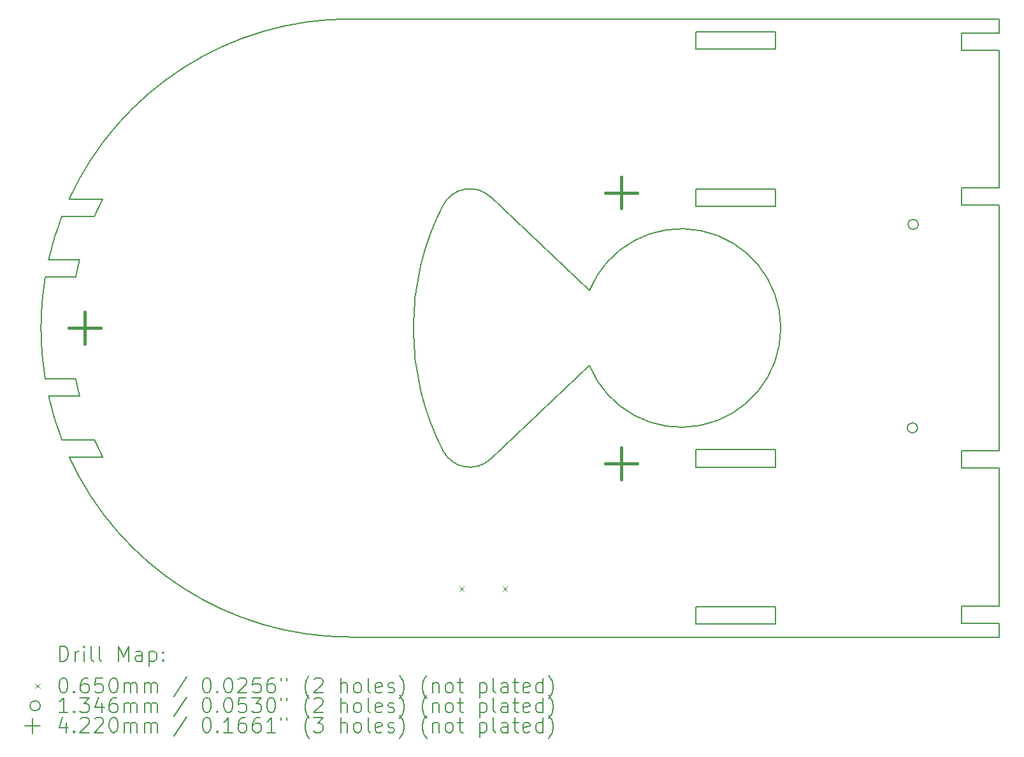
<source format=gbr>
%TF.GenerationSoftware,KiCad,Pcbnew,7.0.11-7.0.11~ubuntu22.04.1*%
%TF.CreationDate,2024-06-28T21:44:56-07:00*%
%TF.ProjectId,little_red_rover,6c697474-6c65-45f7-9265-645f726f7665,rev?*%
%TF.SameCoordinates,Original*%
%TF.FileFunction,Drillmap*%
%TF.FilePolarity,Positive*%
%FSLAX45Y45*%
G04 Gerber Fmt 4.5, Leading zero omitted, Abs format (unit mm)*
G04 Created by KiCad (PCBNEW 7.0.11-7.0.11~ubuntu22.04.1) date 2024-06-28 21:44:56*
%MOMM*%
%LPD*%
G01*
G04 APERTURE LIST*
%ADD10C,0.200000*%
%ADD11C,0.100000*%
%ADD12C,0.134620*%
%ADD13C,0.422000*%
G04 APERTURE END LIST*
D10*
X9352165Y-8505000D02*
X8919654Y-8505000D01*
X21372000Y-13685000D02*
X21372000Y-11855000D01*
X20872000Y-6065000D02*
X21372000Y-6065000D01*
X13985992Y-8355141D02*
G75*
G03*
X13985992Y-11624859I3166008J-1634859D01*
G01*
X9154074Y-9085000D02*
X8742876Y-9085000D01*
X21372000Y-11625000D02*
X21372000Y-8355000D01*
X21372000Y-13915000D02*
X20872000Y-13915000D01*
X18402000Y-11610000D02*
X18402000Y-11840000D01*
X8697808Y-9315000D02*
G75*
G03*
X8697808Y-10665000I4054192J-675000D01*
G01*
X18402000Y-13700000D02*
X18402000Y-13930000D01*
X21372000Y-8125000D02*
X21372000Y-6295000D01*
X17342000Y-8370000D02*
X18402000Y-8370000D01*
X20872000Y-13685000D02*
X20872000Y-13915000D01*
X9462186Y-8275000D02*
G75*
G03*
X9352165Y-8505000I3289874J-1715030D01*
G01*
X21372000Y-8125000D02*
X20872000Y-8125000D01*
X21372000Y-6295000D02*
X20872000Y-6295000D01*
X20872000Y-6065000D02*
X20872000Y-6295000D01*
X17342000Y-8140000D02*
X18402000Y-8140000D01*
X17342000Y-11610000D02*
X17342000Y-11840000D01*
X15930362Y-9490000D02*
X14616153Y-8247957D01*
X9016913Y-11705000D02*
X9462186Y-11705000D01*
X21372000Y-13685000D02*
X20872000Y-13685000D01*
X8742876Y-10895000D02*
X9154074Y-10895000D01*
X17342000Y-6280000D02*
X17342000Y-6050000D01*
X9103922Y-9315000D02*
X8697808Y-9315000D01*
X8742876Y-10895000D02*
G75*
G03*
X8919654Y-11475000I4009144J905010D01*
G01*
X18402000Y-8370000D02*
X18402000Y-8140000D01*
X15930362Y-10490000D02*
G75*
G03*
X15930362Y-9490000I1221638J500000D01*
G01*
X8919654Y-11475000D02*
X9352165Y-11475000D01*
X12752000Y-14100000D02*
X21372000Y-14100000D01*
X13985986Y-11624862D02*
G75*
G03*
X14616153Y-11732043I355414J183532D01*
G01*
X9103922Y-10665000D02*
X8697808Y-10665000D01*
X20872000Y-8355000D02*
X21372000Y-8355000D01*
X21372000Y-14100000D02*
X21372000Y-13915000D01*
X18402000Y-13930000D02*
X17342000Y-13930000D01*
X17342000Y-11610000D02*
X18402000Y-11610000D01*
X21372000Y-11625000D02*
X20872000Y-11625000D01*
X17342000Y-13700000D02*
X17342000Y-13930000D01*
X21372000Y-6065000D02*
X21372000Y-5880000D01*
X17342000Y-11840000D02*
X18402000Y-11840000D01*
X20872000Y-8125000D02*
X20872000Y-8355000D01*
X18402000Y-6050000D02*
X17342000Y-6050000D01*
X15930362Y-10490000D02*
X14616153Y-11732043D01*
X20872000Y-11625000D02*
X20872000Y-11855000D01*
X9016913Y-11705000D02*
G75*
G03*
X12752000Y-14100000I3735087J1715000D01*
G01*
X21372000Y-11855000D02*
X20872000Y-11855000D01*
X9352165Y-11475000D02*
G75*
G03*
X9462186Y-11705000I3399895J1485030D01*
G01*
X9103922Y-10665000D02*
G75*
G03*
X9154074Y-10895000I3648038J674990D01*
G01*
X18402000Y-6280000D02*
X17342000Y-6280000D01*
X12752000Y-5880000D02*
X21372000Y-5880000D01*
X17342000Y-8370000D02*
X17342000Y-8140000D01*
X9016913Y-8275000D02*
X9462186Y-8275000D01*
X12752000Y-5880000D02*
G75*
G03*
X9016913Y-8275000I0J-4110000D01*
G01*
X18402000Y-13700000D02*
X17342000Y-13700000D01*
X8919655Y-8505000D02*
G75*
G03*
X8742876Y-9085000I3832365J-1485010D01*
G01*
X18402000Y-6280000D02*
X18402000Y-6050000D01*
X14616148Y-8247962D02*
G75*
G03*
X13985992Y-8355141I-274748J-290708D01*
G01*
X9154074Y-9085000D02*
G75*
G03*
X9103922Y-9315000I3597696J-904950D01*
G01*
D11*
X14198500Y-13427000D02*
X14263500Y-13492000D01*
X14263500Y-13427000D02*
X14198500Y-13492000D01*
X14776500Y-13427000D02*
X14841500Y-13492000D01*
X14841500Y-13427000D02*
X14776500Y-13492000D01*
D12*
X20288316Y-11319000D02*
G75*
G03*
X20153696Y-11319000I-67310J0D01*
G01*
X20153696Y-11319000D02*
G75*
G03*
X20288316Y-11319000I67310J0D01*
G01*
X20298310Y-8612000D02*
G75*
G03*
X20163690Y-8612000I-67310J0D01*
G01*
X20163690Y-8612000D02*
G75*
G03*
X20298310Y-8612000I67310J0D01*
G01*
D13*
X9222000Y-9779000D02*
X9222000Y-10201000D01*
X9011000Y-9990000D02*
X9433000Y-9990000D01*
X16352000Y-7979000D02*
X16352000Y-8401000D01*
X16141000Y-8190000D02*
X16563000Y-8190000D01*
X16352000Y-11579000D02*
X16352000Y-12001000D01*
X16141000Y-11790000D02*
X16563000Y-11790000D01*
D10*
X8892777Y-14421484D02*
X8892777Y-14221484D01*
X8892777Y-14221484D02*
X8940396Y-14221484D01*
X8940396Y-14221484D02*
X8968967Y-14231008D01*
X8968967Y-14231008D02*
X8988015Y-14250055D01*
X8988015Y-14250055D02*
X8997539Y-14269103D01*
X8997539Y-14269103D02*
X9007063Y-14307198D01*
X9007063Y-14307198D02*
X9007063Y-14335769D01*
X9007063Y-14335769D02*
X8997539Y-14373865D01*
X8997539Y-14373865D02*
X8988015Y-14392912D01*
X8988015Y-14392912D02*
X8968967Y-14411960D01*
X8968967Y-14411960D02*
X8940396Y-14421484D01*
X8940396Y-14421484D02*
X8892777Y-14421484D01*
X9092777Y-14421484D02*
X9092777Y-14288150D01*
X9092777Y-14326246D02*
X9102301Y-14307198D01*
X9102301Y-14307198D02*
X9111824Y-14297674D01*
X9111824Y-14297674D02*
X9130872Y-14288150D01*
X9130872Y-14288150D02*
X9149920Y-14288150D01*
X9216586Y-14421484D02*
X9216586Y-14288150D01*
X9216586Y-14221484D02*
X9207063Y-14231008D01*
X9207063Y-14231008D02*
X9216586Y-14240531D01*
X9216586Y-14240531D02*
X9226110Y-14231008D01*
X9226110Y-14231008D02*
X9216586Y-14221484D01*
X9216586Y-14221484D02*
X9216586Y-14240531D01*
X9340396Y-14421484D02*
X9321348Y-14411960D01*
X9321348Y-14411960D02*
X9311824Y-14392912D01*
X9311824Y-14392912D02*
X9311824Y-14221484D01*
X9445158Y-14421484D02*
X9426110Y-14411960D01*
X9426110Y-14411960D02*
X9416586Y-14392912D01*
X9416586Y-14392912D02*
X9416586Y-14221484D01*
X9673729Y-14421484D02*
X9673729Y-14221484D01*
X9673729Y-14221484D02*
X9740396Y-14364341D01*
X9740396Y-14364341D02*
X9807063Y-14221484D01*
X9807063Y-14221484D02*
X9807063Y-14421484D01*
X9988015Y-14421484D02*
X9988015Y-14316722D01*
X9988015Y-14316722D02*
X9978491Y-14297674D01*
X9978491Y-14297674D02*
X9959444Y-14288150D01*
X9959444Y-14288150D02*
X9921348Y-14288150D01*
X9921348Y-14288150D02*
X9902301Y-14297674D01*
X9988015Y-14411960D02*
X9968967Y-14421484D01*
X9968967Y-14421484D02*
X9921348Y-14421484D01*
X9921348Y-14421484D02*
X9902301Y-14411960D01*
X9902301Y-14411960D02*
X9892777Y-14392912D01*
X9892777Y-14392912D02*
X9892777Y-14373865D01*
X9892777Y-14373865D02*
X9902301Y-14354817D01*
X9902301Y-14354817D02*
X9921348Y-14345293D01*
X9921348Y-14345293D02*
X9968967Y-14345293D01*
X9968967Y-14345293D02*
X9988015Y-14335769D01*
X10083253Y-14288150D02*
X10083253Y-14488150D01*
X10083253Y-14297674D02*
X10102301Y-14288150D01*
X10102301Y-14288150D02*
X10140396Y-14288150D01*
X10140396Y-14288150D02*
X10159444Y-14297674D01*
X10159444Y-14297674D02*
X10168967Y-14307198D01*
X10168967Y-14307198D02*
X10178491Y-14326246D01*
X10178491Y-14326246D02*
X10178491Y-14383388D01*
X10178491Y-14383388D02*
X10168967Y-14402436D01*
X10168967Y-14402436D02*
X10159444Y-14411960D01*
X10159444Y-14411960D02*
X10140396Y-14421484D01*
X10140396Y-14421484D02*
X10102301Y-14421484D01*
X10102301Y-14421484D02*
X10083253Y-14411960D01*
X10264205Y-14402436D02*
X10273729Y-14411960D01*
X10273729Y-14411960D02*
X10264205Y-14421484D01*
X10264205Y-14421484D02*
X10254682Y-14411960D01*
X10254682Y-14411960D02*
X10264205Y-14402436D01*
X10264205Y-14402436D02*
X10264205Y-14421484D01*
X10264205Y-14297674D02*
X10273729Y-14307198D01*
X10273729Y-14307198D02*
X10264205Y-14316722D01*
X10264205Y-14316722D02*
X10254682Y-14307198D01*
X10254682Y-14307198D02*
X10264205Y-14297674D01*
X10264205Y-14297674D02*
X10264205Y-14316722D01*
D11*
X8567000Y-14717500D02*
X8632000Y-14782500D01*
X8632000Y-14717500D02*
X8567000Y-14782500D01*
D10*
X8930872Y-14641484D02*
X8949920Y-14641484D01*
X8949920Y-14641484D02*
X8968967Y-14651008D01*
X8968967Y-14651008D02*
X8978491Y-14660531D01*
X8978491Y-14660531D02*
X8988015Y-14679579D01*
X8988015Y-14679579D02*
X8997539Y-14717674D01*
X8997539Y-14717674D02*
X8997539Y-14765293D01*
X8997539Y-14765293D02*
X8988015Y-14803388D01*
X8988015Y-14803388D02*
X8978491Y-14822436D01*
X8978491Y-14822436D02*
X8968967Y-14831960D01*
X8968967Y-14831960D02*
X8949920Y-14841484D01*
X8949920Y-14841484D02*
X8930872Y-14841484D01*
X8930872Y-14841484D02*
X8911824Y-14831960D01*
X8911824Y-14831960D02*
X8902301Y-14822436D01*
X8902301Y-14822436D02*
X8892777Y-14803388D01*
X8892777Y-14803388D02*
X8883253Y-14765293D01*
X8883253Y-14765293D02*
X8883253Y-14717674D01*
X8883253Y-14717674D02*
X8892777Y-14679579D01*
X8892777Y-14679579D02*
X8902301Y-14660531D01*
X8902301Y-14660531D02*
X8911824Y-14651008D01*
X8911824Y-14651008D02*
X8930872Y-14641484D01*
X9083253Y-14822436D02*
X9092777Y-14831960D01*
X9092777Y-14831960D02*
X9083253Y-14841484D01*
X9083253Y-14841484D02*
X9073729Y-14831960D01*
X9073729Y-14831960D02*
X9083253Y-14822436D01*
X9083253Y-14822436D02*
X9083253Y-14841484D01*
X9264205Y-14641484D02*
X9226110Y-14641484D01*
X9226110Y-14641484D02*
X9207063Y-14651008D01*
X9207063Y-14651008D02*
X9197539Y-14660531D01*
X9197539Y-14660531D02*
X9178491Y-14689103D01*
X9178491Y-14689103D02*
X9168967Y-14727198D01*
X9168967Y-14727198D02*
X9168967Y-14803388D01*
X9168967Y-14803388D02*
X9178491Y-14822436D01*
X9178491Y-14822436D02*
X9188015Y-14831960D01*
X9188015Y-14831960D02*
X9207063Y-14841484D01*
X9207063Y-14841484D02*
X9245158Y-14841484D01*
X9245158Y-14841484D02*
X9264205Y-14831960D01*
X9264205Y-14831960D02*
X9273729Y-14822436D01*
X9273729Y-14822436D02*
X9283253Y-14803388D01*
X9283253Y-14803388D02*
X9283253Y-14755769D01*
X9283253Y-14755769D02*
X9273729Y-14736722D01*
X9273729Y-14736722D02*
X9264205Y-14727198D01*
X9264205Y-14727198D02*
X9245158Y-14717674D01*
X9245158Y-14717674D02*
X9207063Y-14717674D01*
X9207063Y-14717674D02*
X9188015Y-14727198D01*
X9188015Y-14727198D02*
X9178491Y-14736722D01*
X9178491Y-14736722D02*
X9168967Y-14755769D01*
X9464205Y-14641484D02*
X9368967Y-14641484D01*
X9368967Y-14641484D02*
X9359444Y-14736722D01*
X9359444Y-14736722D02*
X9368967Y-14727198D01*
X9368967Y-14727198D02*
X9388015Y-14717674D01*
X9388015Y-14717674D02*
X9435634Y-14717674D01*
X9435634Y-14717674D02*
X9454682Y-14727198D01*
X9454682Y-14727198D02*
X9464205Y-14736722D01*
X9464205Y-14736722D02*
X9473729Y-14755769D01*
X9473729Y-14755769D02*
X9473729Y-14803388D01*
X9473729Y-14803388D02*
X9464205Y-14822436D01*
X9464205Y-14822436D02*
X9454682Y-14831960D01*
X9454682Y-14831960D02*
X9435634Y-14841484D01*
X9435634Y-14841484D02*
X9388015Y-14841484D01*
X9388015Y-14841484D02*
X9368967Y-14831960D01*
X9368967Y-14831960D02*
X9359444Y-14822436D01*
X9597539Y-14641484D02*
X9616586Y-14641484D01*
X9616586Y-14641484D02*
X9635634Y-14651008D01*
X9635634Y-14651008D02*
X9645158Y-14660531D01*
X9645158Y-14660531D02*
X9654682Y-14679579D01*
X9654682Y-14679579D02*
X9664205Y-14717674D01*
X9664205Y-14717674D02*
X9664205Y-14765293D01*
X9664205Y-14765293D02*
X9654682Y-14803388D01*
X9654682Y-14803388D02*
X9645158Y-14822436D01*
X9645158Y-14822436D02*
X9635634Y-14831960D01*
X9635634Y-14831960D02*
X9616586Y-14841484D01*
X9616586Y-14841484D02*
X9597539Y-14841484D01*
X9597539Y-14841484D02*
X9578491Y-14831960D01*
X9578491Y-14831960D02*
X9568967Y-14822436D01*
X9568967Y-14822436D02*
X9559444Y-14803388D01*
X9559444Y-14803388D02*
X9549920Y-14765293D01*
X9549920Y-14765293D02*
X9549920Y-14717674D01*
X9549920Y-14717674D02*
X9559444Y-14679579D01*
X9559444Y-14679579D02*
X9568967Y-14660531D01*
X9568967Y-14660531D02*
X9578491Y-14651008D01*
X9578491Y-14651008D02*
X9597539Y-14641484D01*
X9749920Y-14841484D02*
X9749920Y-14708150D01*
X9749920Y-14727198D02*
X9759444Y-14717674D01*
X9759444Y-14717674D02*
X9778491Y-14708150D01*
X9778491Y-14708150D02*
X9807063Y-14708150D01*
X9807063Y-14708150D02*
X9826110Y-14717674D01*
X9826110Y-14717674D02*
X9835634Y-14736722D01*
X9835634Y-14736722D02*
X9835634Y-14841484D01*
X9835634Y-14736722D02*
X9845158Y-14717674D01*
X9845158Y-14717674D02*
X9864205Y-14708150D01*
X9864205Y-14708150D02*
X9892777Y-14708150D01*
X9892777Y-14708150D02*
X9911825Y-14717674D01*
X9911825Y-14717674D02*
X9921348Y-14736722D01*
X9921348Y-14736722D02*
X9921348Y-14841484D01*
X10016586Y-14841484D02*
X10016586Y-14708150D01*
X10016586Y-14727198D02*
X10026110Y-14717674D01*
X10026110Y-14717674D02*
X10045158Y-14708150D01*
X10045158Y-14708150D02*
X10073729Y-14708150D01*
X10073729Y-14708150D02*
X10092777Y-14717674D01*
X10092777Y-14717674D02*
X10102301Y-14736722D01*
X10102301Y-14736722D02*
X10102301Y-14841484D01*
X10102301Y-14736722D02*
X10111825Y-14717674D01*
X10111825Y-14717674D02*
X10130872Y-14708150D01*
X10130872Y-14708150D02*
X10159444Y-14708150D01*
X10159444Y-14708150D02*
X10178491Y-14717674D01*
X10178491Y-14717674D02*
X10188015Y-14736722D01*
X10188015Y-14736722D02*
X10188015Y-14841484D01*
X10578491Y-14631960D02*
X10407063Y-14889103D01*
X10835634Y-14641484D02*
X10854682Y-14641484D01*
X10854682Y-14641484D02*
X10873729Y-14651008D01*
X10873729Y-14651008D02*
X10883253Y-14660531D01*
X10883253Y-14660531D02*
X10892777Y-14679579D01*
X10892777Y-14679579D02*
X10902301Y-14717674D01*
X10902301Y-14717674D02*
X10902301Y-14765293D01*
X10902301Y-14765293D02*
X10892777Y-14803388D01*
X10892777Y-14803388D02*
X10883253Y-14822436D01*
X10883253Y-14822436D02*
X10873729Y-14831960D01*
X10873729Y-14831960D02*
X10854682Y-14841484D01*
X10854682Y-14841484D02*
X10835634Y-14841484D01*
X10835634Y-14841484D02*
X10816587Y-14831960D01*
X10816587Y-14831960D02*
X10807063Y-14822436D01*
X10807063Y-14822436D02*
X10797539Y-14803388D01*
X10797539Y-14803388D02*
X10788015Y-14765293D01*
X10788015Y-14765293D02*
X10788015Y-14717674D01*
X10788015Y-14717674D02*
X10797539Y-14679579D01*
X10797539Y-14679579D02*
X10807063Y-14660531D01*
X10807063Y-14660531D02*
X10816587Y-14651008D01*
X10816587Y-14651008D02*
X10835634Y-14641484D01*
X10988015Y-14822436D02*
X10997539Y-14831960D01*
X10997539Y-14831960D02*
X10988015Y-14841484D01*
X10988015Y-14841484D02*
X10978491Y-14831960D01*
X10978491Y-14831960D02*
X10988015Y-14822436D01*
X10988015Y-14822436D02*
X10988015Y-14841484D01*
X11121348Y-14641484D02*
X11140396Y-14641484D01*
X11140396Y-14641484D02*
X11159444Y-14651008D01*
X11159444Y-14651008D02*
X11168968Y-14660531D01*
X11168968Y-14660531D02*
X11178491Y-14679579D01*
X11178491Y-14679579D02*
X11188015Y-14717674D01*
X11188015Y-14717674D02*
X11188015Y-14765293D01*
X11188015Y-14765293D02*
X11178491Y-14803388D01*
X11178491Y-14803388D02*
X11168968Y-14822436D01*
X11168968Y-14822436D02*
X11159444Y-14831960D01*
X11159444Y-14831960D02*
X11140396Y-14841484D01*
X11140396Y-14841484D02*
X11121348Y-14841484D01*
X11121348Y-14841484D02*
X11102301Y-14831960D01*
X11102301Y-14831960D02*
X11092777Y-14822436D01*
X11092777Y-14822436D02*
X11083253Y-14803388D01*
X11083253Y-14803388D02*
X11073729Y-14765293D01*
X11073729Y-14765293D02*
X11073729Y-14717674D01*
X11073729Y-14717674D02*
X11083253Y-14679579D01*
X11083253Y-14679579D02*
X11092777Y-14660531D01*
X11092777Y-14660531D02*
X11102301Y-14651008D01*
X11102301Y-14651008D02*
X11121348Y-14641484D01*
X11264206Y-14660531D02*
X11273729Y-14651008D01*
X11273729Y-14651008D02*
X11292777Y-14641484D01*
X11292777Y-14641484D02*
X11340396Y-14641484D01*
X11340396Y-14641484D02*
X11359444Y-14651008D01*
X11359444Y-14651008D02*
X11368967Y-14660531D01*
X11368967Y-14660531D02*
X11378491Y-14679579D01*
X11378491Y-14679579D02*
X11378491Y-14698627D01*
X11378491Y-14698627D02*
X11368967Y-14727198D01*
X11368967Y-14727198D02*
X11254682Y-14841484D01*
X11254682Y-14841484D02*
X11378491Y-14841484D01*
X11559444Y-14641484D02*
X11464206Y-14641484D01*
X11464206Y-14641484D02*
X11454682Y-14736722D01*
X11454682Y-14736722D02*
X11464206Y-14727198D01*
X11464206Y-14727198D02*
X11483253Y-14717674D01*
X11483253Y-14717674D02*
X11530872Y-14717674D01*
X11530872Y-14717674D02*
X11549920Y-14727198D01*
X11549920Y-14727198D02*
X11559444Y-14736722D01*
X11559444Y-14736722D02*
X11568967Y-14755769D01*
X11568967Y-14755769D02*
X11568967Y-14803388D01*
X11568967Y-14803388D02*
X11559444Y-14822436D01*
X11559444Y-14822436D02*
X11549920Y-14831960D01*
X11549920Y-14831960D02*
X11530872Y-14841484D01*
X11530872Y-14841484D02*
X11483253Y-14841484D01*
X11483253Y-14841484D02*
X11464206Y-14831960D01*
X11464206Y-14831960D02*
X11454682Y-14822436D01*
X11740396Y-14641484D02*
X11702301Y-14641484D01*
X11702301Y-14641484D02*
X11683253Y-14651008D01*
X11683253Y-14651008D02*
X11673729Y-14660531D01*
X11673729Y-14660531D02*
X11654682Y-14689103D01*
X11654682Y-14689103D02*
X11645158Y-14727198D01*
X11645158Y-14727198D02*
X11645158Y-14803388D01*
X11645158Y-14803388D02*
X11654682Y-14822436D01*
X11654682Y-14822436D02*
X11664206Y-14831960D01*
X11664206Y-14831960D02*
X11683253Y-14841484D01*
X11683253Y-14841484D02*
X11721348Y-14841484D01*
X11721348Y-14841484D02*
X11740396Y-14831960D01*
X11740396Y-14831960D02*
X11749920Y-14822436D01*
X11749920Y-14822436D02*
X11759444Y-14803388D01*
X11759444Y-14803388D02*
X11759444Y-14755769D01*
X11759444Y-14755769D02*
X11749920Y-14736722D01*
X11749920Y-14736722D02*
X11740396Y-14727198D01*
X11740396Y-14727198D02*
X11721348Y-14717674D01*
X11721348Y-14717674D02*
X11683253Y-14717674D01*
X11683253Y-14717674D02*
X11664206Y-14727198D01*
X11664206Y-14727198D02*
X11654682Y-14736722D01*
X11654682Y-14736722D02*
X11645158Y-14755769D01*
X11835634Y-14641484D02*
X11835634Y-14679579D01*
X11911825Y-14641484D02*
X11911825Y-14679579D01*
X12207063Y-14917674D02*
X12197539Y-14908150D01*
X12197539Y-14908150D02*
X12178491Y-14879579D01*
X12178491Y-14879579D02*
X12168968Y-14860531D01*
X12168968Y-14860531D02*
X12159444Y-14831960D01*
X12159444Y-14831960D02*
X12149920Y-14784341D01*
X12149920Y-14784341D02*
X12149920Y-14746246D01*
X12149920Y-14746246D02*
X12159444Y-14698627D01*
X12159444Y-14698627D02*
X12168968Y-14670055D01*
X12168968Y-14670055D02*
X12178491Y-14651008D01*
X12178491Y-14651008D02*
X12197539Y-14622436D01*
X12197539Y-14622436D02*
X12207063Y-14612912D01*
X12273729Y-14660531D02*
X12283253Y-14651008D01*
X12283253Y-14651008D02*
X12302301Y-14641484D01*
X12302301Y-14641484D02*
X12349920Y-14641484D01*
X12349920Y-14641484D02*
X12368968Y-14651008D01*
X12368968Y-14651008D02*
X12378491Y-14660531D01*
X12378491Y-14660531D02*
X12388015Y-14679579D01*
X12388015Y-14679579D02*
X12388015Y-14698627D01*
X12388015Y-14698627D02*
X12378491Y-14727198D01*
X12378491Y-14727198D02*
X12264206Y-14841484D01*
X12264206Y-14841484D02*
X12388015Y-14841484D01*
X12626110Y-14841484D02*
X12626110Y-14641484D01*
X12711825Y-14841484D02*
X12711825Y-14736722D01*
X12711825Y-14736722D02*
X12702301Y-14717674D01*
X12702301Y-14717674D02*
X12683253Y-14708150D01*
X12683253Y-14708150D02*
X12654682Y-14708150D01*
X12654682Y-14708150D02*
X12635634Y-14717674D01*
X12635634Y-14717674D02*
X12626110Y-14727198D01*
X12835634Y-14841484D02*
X12816587Y-14831960D01*
X12816587Y-14831960D02*
X12807063Y-14822436D01*
X12807063Y-14822436D02*
X12797539Y-14803388D01*
X12797539Y-14803388D02*
X12797539Y-14746246D01*
X12797539Y-14746246D02*
X12807063Y-14727198D01*
X12807063Y-14727198D02*
X12816587Y-14717674D01*
X12816587Y-14717674D02*
X12835634Y-14708150D01*
X12835634Y-14708150D02*
X12864206Y-14708150D01*
X12864206Y-14708150D02*
X12883253Y-14717674D01*
X12883253Y-14717674D02*
X12892777Y-14727198D01*
X12892777Y-14727198D02*
X12902301Y-14746246D01*
X12902301Y-14746246D02*
X12902301Y-14803388D01*
X12902301Y-14803388D02*
X12892777Y-14822436D01*
X12892777Y-14822436D02*
X12883253Y-14831960D01*
X12883253Y-14831960D02*
X12864206Y-14841484D01*
X12864206Y-14841484D02*
X12835634Y-14841484D01*
X13016587Y-14841484D02*
X12997539Y-14831960D01*
X12997539Y-14831960D02*
X12988015Y-14812912D01*
X12988015Y-14812912D02*
X12988015Y-14641484D01*
X13168968Y-14831960D02*
X13149920Y-14841484D01*
X13149920Y-14841484D02*
X13111825Y-14841484D01*
X13111825Y-14841484D02*
X13092777Y-14831960D01*
X13092777Y-14831960D02*
X13083253Y-14812912D01*
X13083253Y-14812912D02*
X13083253Y-14736722D01*
X13083253Y-14736722D02*
X13092777Y-14717674D01*
X13092777Y-14717674D02*
X13111825Y-14708150D01*
X13111825Y-14708150D02*
X13149920Y-14708150D01*
X13149920Y-14708150D02*
X13168968Y-14717674D01*
X13168968Y-14717674D02*
X13178491Y-14736722D01*
X13178491Y-14736722D02*
X13178491Y-14755769D01*
X13178491Y-14755769D02*
X13083253Y-14774817D01*
X13254682Y-14831960D02*
X13273730Y-14841484D01*
X13273730Y-14841484D02*
X13311825Y-14841484D01*
X13311825Y-14841484D02*
X13330872Y-14831960D01*
X13330872Y-14831960D02*
X13340396Y-14812912D01*
X13340396Y-14812912D02*
X13340396Y-14803388D01*
X13340396Y-14803388D02*
X13330872Y-14784341D01*
X13330872Y-14784341D02*
X13311825Y-14774817D01*
X13311825Y-14774817D02*
X13283253Y-14774817D01*
X13283253Y-14774817D02*
X13264206Y-14765293D01*
X13264206Y-14765293D02*
X13254682Y-14746246D01*
X13254682Y-14746246D02*
X13254682Y-14736722D01*
X13254682Y-14736722D02*
X13264206Y-14717674D01*
X13264206Y-14717674D02*
X13283253Y-14708150D01*
X13283253Y-14708150D02*
X13311825Y-14708150D01*
X13311825Y-14708150D02*
X13330872Y-14717674D01*
X13407063Y-14917674D02*
X13416587Y-14908150D01*
X13416587Y-14908150D02*
X13435634Y-14879579D01*
X13435634Y-14879579D02*
X13445158Y-14860531D01*
X13445158Y-14860531D02*
X13454682Y-14831960D01*
X13454682Y-14831960D02*
X13464206Y-14784341D01*
X13464206Y-14784341D02*
X13464206Y-14746246D01*
X13464206Y-14746246D02*
X13454682Y-14698627D01*
X13454682Y-14698627D02*
X13445158Y-14670055D01*
X13445158Y-14670055D02*
X13435634Y-14651008D01*
X13435634Y-14651008D02*
X13416587Y-14622436D01*
X13416587Y-14622436D02*
X13407063Y-14612912D01*
X13768968Y-14917674D02*
X13759444Y-14908150D01*
X13759444Y-14908150D02*
X13740396Y-14879579D01*
X13740396Y-14879579D02*
X13730872Y-14860531D01*
X13730872Y-14860531D02*
X13721349Y-14831960D01*
X13721349Y-14831960D02*
X13711825Y-14784341D01*
X13711825Y-14784341D02*
X13711825Y-14746246D01*
X13711825Y-14746246D02*
X13721349Y-14698627D01*
X13721349Y-14698627D02*
X13730872Y-14670055D01*
X13730872Y-14670055D02*
X13740396Y-14651008D01*
X13740396Y-14651008D02*
X13759444Y-14622436D01*
X13759444Y-14622436D02*
X13768968Y-14612912D01*
X13845158Y-14708150D02*
X13845158Y-14841484D01*
X13845158Y-14727198D02*
X13854682Y-14717674D01*
X13854682Y-14717674D02*
X13873730Y-14708150D01*
X13873730Y-14708150D02*
X13902301Y-14708150D01*
X13902301Y-14708150D02*
X13921349Y-14717674D01*
X13921349Y-14717674D02*
X13930872Y-14736722D01*
X13930872Y-14736722D02*
X13930872Y-14841484D01*
X14054682Y-14841484D02*
X14035634Y-14831960D01*
X14035634Y-14831960D02*
X14026111Y-14822436D01*
X14026111Y-14822436D02*
X14016587Y-14803388D01*
X14016587Y-14803388D02*
X14016587Y-14746246D01*
X14016587Y-14746246D02*
X14026111Y-14727198D01*
X14026111Y-14727198D02*
X14035634Y-14717674D01*
X14035634Y-14717674D02*
X14054682Y-14708150D01*
X14054682Y-14708150D02*
X14083253Y-14708150D01*
X14083253Y-14708150D02*
X14102301Y-14717674D01*
X14102301Y-14717674D02*
X14111825Y-14727198D01*
X14111825Y-14727198D02*
X14121349Y-14746246D01*
X14121349Y-14746246D02*
X14121349Y-14803388D01*
X14121349Y-14803388D02*
X14111825Y-14822436D01*
X14111825Y-14822436D02*
X14102301Y-14831960D01*
X14102301Y-14831960D02*
X14083253Y-14841484D01*
X14083253Y-14841484D02*
X14054682Y-14841484D01*
X14178492Y-14708150D02*
X14254682Y-14708150D01*
X14207063Y-14641484D02*
X14207063Y-14812912D01*
X14207063Y-14812912D02*
X14216587Y-14831960D01*
X14216587Y-14831960D02*
X14235634Y-14841484D01*
X14235634Y-14841484D02*
X14254682Y-14841484D01*
X14473730Y-14708150D02*
X14473730Y-14908150D01*
X14473730Y-14717674D02*
X14492777Y-14708150D01*
X14492777Y-14708150D02*
X14530873Y-14708150D01*
X14530873Y-14708150D02*
X14549920Y-14717674D01*
X14549920Y-14717674D02*
X14559444Y-14727198D01*
X14559444Y-14727198D02*
X14568968Y-14746246D01*
X14568968Y-14746246D02*
X14568968Y-14803388D01*
X14568968Y-14803388D02*
X14559444Y-14822436D01*
X14559444Y-14822436D02*
X14549920Y-14831960D01*
X14549920Y-14831960D02*
X14530873Y-14841484D01*
X14530873Y-14841484D02*
X14492777Y-14841484D01*
X14492777Y-14841484D02*
X14473730Y-14831960D01*
X14683253Y-14841484D02*
X14664206Y-14831960D01*
X14664206Y-14831960D02*
X14654682Y-14812912D01*
X14654682Y-14812912D02*
X14654682Y-14641484D01*
X14845158Y-14841484D02*
X14845158Y-14736722D01*
X14845158Y-14736722D02*
X14835634Y-14717674D01*
X14835634Y-14717674D02*
X14816587Y-14708150D01*
X14816587Y-14708150D02*
X14778492Y-14708150D01*
X14778492Y-14708150D02*
X14759444Y-14717674D01*
X14845158Y-14831960D02*
X14826111Y-14841484D01*
X14826111Y-14841484D02*
X14778492Y-14841484D01*
X14778492Y-14841484D02*
X14759444Y-14831960D01*
X14759444Y-14831960D02*
X14749920Y-14812912D01*
X14749920Y-14812912D02*
X14749920Y-14793865D01*
X14749920Y-14793865D02*
X14759444Y-14774817D01*
X14759444Y-14774817D02*
X14778492Y-14765293D01*
X14778492Y-14765293D02*
X14826111Y-14765293D01*
X14826111Y-14765293D02*
X14845158Y-14755769D01*
X14911825Y-14708150D02*
X14988015Y-14708150D01*
X14940396Y-14641484D02*
X14940396Y-14812912D01*
X14940396Y-14812912D02*
X14949920Y-14831960D01*
X14949920Y-14831960D02*
X14968968Y-14841484D01*
X14968968Y-14841484D02*
X14988015Y-14841484D01*
X15130873Y-14831960D02*
X15111825Y-14841484D01*
X15111825Y-14841484D02*
X15073730Y-14841484D01*
X15073730Y-14841484D02*
X15054682Y-14831960D01*
X15054682Y-14831960D02*
X15045158Y-14812912D01*
X15045158Y-14812912D02*
X15045158Y-14736722D01*
X15045158Y-14736722D02*
X15054682Y-14717674D01*
X15054682Y-14717674D02*
X15073730Y-14708150D01*
X15073730Y-14708150D02*
X15111825Y-14708150D01*
X15111825Y-14708150D02*
X15130873Y-14717674D01*
X15130873Y-14717674D02*
X15140396Y-14736722D01*
X15140396Y-14736722D02*
X15140396Y-14755769D01*
X15140396Y-14755769D02*
X15045158Y-14774817D01*
X15311825Y-14841484D02*
X15311825Y-14641484D01*
X15311825Y-14831960D02*
X15292777Y-14841484D01*
X15292777Y-14841484D02*
X15254682Y-14841484D01*
X15254682Y-14841484D02*
X15235634Y-14831960D01*
X15235634Y-14831960D02*
X15226111Y-14822436D01*
X15226111Y-14822436D02*
X15216587Y-14803388D01*
X15216587Y-14803388D02*
X15216587Y-14746246D01*
X15216587Y-14746246D02*
X15226111Y-14727198D01*
X15226111Y-14727198D02*
X15235634Y-14717674D01*
X15235634Y-14717674D02*
X15254682Y-14708150D01*
X15254682Y-14708150D02*
X15292777Y-14708150D01*
X15292777Y-14708150D02*
X15311825Y-14717674D01*
X15388015Y-14917674D02*
X15397539Y-14908150D01*
X15397539Y-14908150D02*
X15416587Y-14879579D01*
X15416587Y-14879579D02*
X15426111Y-14860531D01*
X15426111Y-14860531D02*
X15435634Y-14831960D01*
X15435634Y-14831960D02*
X15445158Y-14784341D01*
X15445158Y-14784341D02*
X15445158Y-14746246D01*
X15445158Y-14746246D02*
X15435634Y-14698627D01*
X15435634Y-14698627D02*
X15426111Y-14670055D01*
X15426111Y-14670055D02*
X15416587Y-14651008D01*
X15416587Y-14651008D02*
X15397539Y-14622436D01*
X15397539Y-14622436D02*
X15388015Y-14612912D01*
D12*
X8632000Y-15014000D02*
G75*
G03*
X8497380Y-15014000I-67310J0D01*
G01*
X8497380Y-15014000D02*
G75*
G03*
X8632000Y-15014000I67310J0D01*
G01*
D10*
X8997539Y-15105484D02*
X8883253Y-15105484D01*
X8940396Y-15105484D02*
X8940396Y-14905484D01*
X8940396Y-14905484D02*
X8921348Y-14934055D01*
X8921348Y-14934055D02*
X8902301Y-14953103D01*
X8902301Y-14953103D02*
X8883253Y-14962627D01*
X9083253Y-15086436D02*
X9092777Y-15095960D01*
X9092777Y-15095960D02*
X9083253Y-15105484D01*
X9083253Y-15105484D02*
X9073729Y-15095960D01*
X9073729Y-15095960D02*
X9083253Y-15086436D01*
X9083253Y-15086436D02*
X9083253Y-15105484D01*
X9159444Y-14905484D02*
X9283253Y-14905484D01*
X9283253Y-14905484D02*
X9216586Y-14981674D01*
X9216586Y-14981674D02*
X9245158Y-14981674D01*
X9245158Y-14981674D02*
X9264205Y-14991198D01*
X9264205Y-14991198D02*
X9273729Y-15000722D01*
X9273729Y-15000722D02*
X9283253Y-15019769D01*
X9283253Y-15019769D02*
X9283253Y-15067388D01*
X9283253Y-15067388D02*
X9273729Y-15086436D01*
X9273729Y-15086436D02*
X9264205Y-15095960D01*
X9264205Y-15095960D02*
X9245158Y-15105484D01*
X9245158Y-15105484D02*
X9188015Y-15105484D01*
X9188015Y-15105484D02*
X9168967Y-15095960D01*
X9168967Y-15095960D02*
X9159444Y-15086436D01*
X9454682Y-14972150D02*
X9454682Y-15105484D01*
X9407063Y-14895960D02*
X9359444Y-15038817D01*
X9359444Y-15038817D02*
X9483253Y-15038817D01*
X9645158Y-14905484D02*
X9607063Y-14905484D01*
X9607063Y-14905484D02*
X9588015Y-14915008D01*
X9588015Y-14915008D02*
X9578491Y-14924531D01*
X9578491Y-14924531D02*
X9559444Y-14953103D01*
X9559444Y-14953103D02*
X9549920Y-14991198D01*
X9549920Y-14991198D02*
X9549920Y-15067388D01*
X9549920Y-15067388D02*
X9559444Y-15086436D01*
X9559444Y-15086436D02*
X9568967Y-15095960D01*
X9568967Y-15095960D02*
X9588015Y-15105484D01*
X9588015Y-15105484D02*
X9626110Y-15105484D01*
X9626110Y-15105484D02*
X9645158Y-15095960D01*
X9645158Y-15095960D02*
X9654682Y-15086436D01*
X9654682Y-15086436D02*
X9664205Y-15067388D01*
X9664205Y-15067388D02*
X9664205Y-15019769D01*
X9664205Y-15019769D02*
X9654682Y-15000722D01*
X9654682Y-15000722D02*
X9645158Y-14991198D01*
X9645158Y-14991198D02*
X9626110Y-14981674D01*
X9626110Y-14981674D02*
X9588015Y-14981674D01*
X9588015Y-14981674D02*
X9568967Y-14991198D01*
X9568967Y-14991198D02*
X9559444Y-15000722D01*
X9559444Y-15000722D02*
X9549920Y-15019769D01*
X9749920Y-15105484D02*
X9749920Y-14972150D01*
X9749920Y-14991198D02*
X9759444Y-14981674D01*
X9759444Y-14981674D02*
X9778491Y-14972150D01*
X9778491Y-14972150D02*
X9807063Y-14972150D01*
X9807063Y-14972150D02*
X9826110Y-14981674D01*
X9826110Y-14981674D02*
X9835634Y-15000722D01*
X9835634Y-15000722D02*
X9835634Y-15105484D01*
X9835634Y-15000722D02*
X9845158Y-14981674D01*
X9845158Y-14981674D02*
X9864205Y-14972150D01*
X9864205Y-14972150D02*
X9892777Y-14972150D01*
X9892777Y-14972150D02*
X9911825Y-14981674D01*
X9911825Y-14981674D02*
X9921348Y-15000722D01*
X9921348Y-15000722D02*
X9921348Y-15105484D01*
X10016586Y-15105484D02*
X10016586Y-14972150D01*
X10016586Y-14991198D02*
X10026110Y-14981674D01*
X10026110Y-14981674D02*
X10045158Y-14972150D01*
X10045158Y-14972150D02*
X10073729Y-14972150D01*
X10073729Y-14972150D02*
X10092777Y-14981674D01*
X10092777Y-14981674D02*
X10102301Y-15000722D01*
X10102301Y-15000722D02*
X10102301Y-15105484D01*
X10102301Y-15000722D02*
X10111825Y-14981674D01*
X10111825Y-14981674D02*
X10130872Y-14972150D01*
X10130872Y-14972150D02*
X10159444Y-14972150D01*
X10159444Y-14972150D02*
X10178491Y-14981674D01*
X10178491Y-14981674D02*
X10188015Y-15000722D01*
X10188015Y-15000722D02*
X10188015Y-15105484D01*
X10578491Y-14895960D02*
X10407063Y-15153103D01*
X10835634Y-14905484D02*
X10854682Y-14905484D01*
X10854682Y-14905484D02*
X10873729Y-14915008D01*
X10873729Y-14915008D02*
X10883253Y-14924531D01*
X10883253Y-14924531D02*
X10892777Y-14943579D01*
X10892777Y-14943579D02*
X10902301Y-14981674D01*
X10902301Y-14981674D02*
X10902301Y-15029293D01*
X10902301Y-15029293D02*
X10892777Y-15067388D01*
X10892777Y-15067388D02*
X10883253Y-15086436D01*
X10883253Y-15086436D02*
X10873729Y-15095960D01*
X10873729Y-15095960D02*
X10854682Y-15105484D01*
X10854682Y-15105484D02*
X10835634Y-15105484D01*
X10835634Y-15105484D02*
X10816587Y-15095960D01*
X10816587Y-15095960D02*
X10807063Y-15086436D01*
X10807063Y-15086436D02*
X10797539Y-15067388D01*
X10797539Y-15067388D02*
X10788015Y-15029293D01*
X10788015Y-15029293D02*
X10788015Y-14981674D01*
X10788015Y-14981674D02*
X10797539Y-14943579D01*
X10797539Y-14943579D02*
X10807063Y-14924531D01*
X10807063Y-14924531D02*
X10816587Y-14915008D01*
X10816587Y-14915008D02*
X10835634Y-14905484D01*
X10988015Y-15086436D02*
X10997539Y-15095960D01*
X10997539Y-15095960D02*
X10988015Y-15105484D01*
X10988015Y-15105484D02*
X10978491Y-15095960D01*
X10978491Y-15095960D02*
X10988015Y-15086436D01*
X10988015Y-15086436D02*
X10988015Y-15105484D01*
X11121348Y-14905484D02*
X11140396Y-14905484D01*
X11140396Y-14905484D02*
X11159444Y-14915008D01*
X11159444Y-14915008D02*
X11168968Y-14924531D01*
X11168968Y-14924531D02*
X11178491Y-14943579D01*
X11178491Y-14943579D02*
X11188015Y-14981674D01*
X11188015Y-14981674D02*
X11188015Y-15029293D01*
X11188015Y-15029293D02*
X11178491Y-15067388D01*
X11178491Y-15067388D02*
X11168968Y-15086436D01*
X11168968Y-15086436D02*
X11159444Y-15095960D01*
X11159444Y-15095960D02*
X11140396Y-15105484D01*
X11140396Y-15105484D02*
X11121348Y-15105484D01*
X11121348Y-15105484D02*
X11102301Y-15095960D01*
X11102301Y-15095960D02*
X11092777Y-15086436D01*
X11092777Y-15086436D02*
X11083253Y-15067388D01*
X11083253Y-15067388D02*
X11073729Y-15029293D01*
X11073729Y-15029293D02*
X11073729Y-14981674D01*
X11073729Y-14981674D02*
X11083253Y-14943579D01*
X11083253Y-14943579D02*
X11092777Y-14924531D01*
X11092777Y-14924531D02*
X11102301Y-14915008D01*
X11102301Y-14915008D02*
X11121348Y-14905484D01*
X11368967Y-14905484D02*
X11273729Y-14905484D01*
X11273729Y-14905484D02*
X11264206Y-15000722D01*
X11264206Y-15000722D02*
X11273729Y-14991198D01*
X11273729Y-14991198D02*
X11292777Y-14981674D01*
X11292777Y-14981674D02*
X11340396Y-14981674D01*
X11340396Y-14981674D02*
X11359444Y-14991198D01*
X11359444Y-14991198D02*
X11368967Y-15000722D01*
X11368967Y-15000722D02*
X11378491Y-15019769D01*
X11378491Y-15019769D02*
X11378491Y-15067388D01*
X11378491Y-15067388D02*
X11368967Y-15086436D01*
X11368967Y-15086436D02*
X11359444Y-15095960D01*
X11359444Y-15095960D02*
X11340396Y-15105484D01*
X11340396Y-15105484D02*
X11292777Y-15105484D01*
X11292777Y-15105484D02*
X11273729Y-15095960D01*
X11273729Y-15095960D02*
X11264206Y-15086436D01*
X11445158Y-14905484D02*
X11568967Y-14905484D01*
X11568967Y-14905484D02*
X11502301Y-14981674D01*
X11502301Y-14981674D02*
X11530872Y-14981674D01*
X11530872Y-14981674D02*
X11549920Y-14991198D01*
X11549920Y-14991198D02*
X11559444Y-15000722D01*
X11559444Y-15000722D02*
X11568967Y-15019769D01*
X11568967Y-15019769D02*
X11568967Y-15067388D01*
X11568967Y-15067388D02*
X11559444Y-15086436D01*
X11559444Y-15086436D02*
X11549920Y-15095960D01*
X11549920Y-15095960D02*
X11530872Y-15105484D01*
X11530872Y-15105484D02*
X11473729Y-15105484D01*
X11473729Y-15105484D02*
X11454682Y-15095960D01*
X11454682Y-15095960D02*
X11445158Y-15086436D01*
X11692777Y-14905484D02*
X11711825Y-14905484D01*
X11711825Y-14905484D02*
X11730872Y-14915008D01*
X11730872Y-14915008D02*
X11740396Y-14924531D01*
X11740396Y-14924531D02*
X11749920Y-14943579D01*
X11749920Y-14943579D02*
X11759444Y-14981674D01*
X11759444Y-14981674D02*
X11759444Y-15029293D01*
X11759444Y-15029293D02*
X11749920Y-15067388D01*
X11749920Y-15067388D02*
X11740396Y-15086436D01*
X11740396Y-15086436D02*
X11730872Y-15095960D01*
X11730872Y-15095960D02*
X11711825Y-15105484D01*
X11711825Y-15105484D02*
X11692777Y-15105484D01*
X11692777Y-15105484D02*
X11673729Y-15095960D01*
X11673729Y-15095960D02*
X11664206Y-15086436D01*
X11664206Y-15086436D02*
X11654682Y-15067388D01*
X11654682Y-15067388D02*
X11645158Y-15029293D01*
X11645158Y-15029293D02*
X11645158Y-14981674D01*
X11645158Y-14981674D02*
X11654682Y-14943579D01*
X11654682Y-14943579D02*
X11664206Y-14924531D01*
X11664206Y-14924531D02*
X11673729Y-14915008D01*
X11673729Y-14915008D02*
X11692777Y-14905484D01*
X11835634Y-14905484D02*
X11835634Y-14943579D01*
X11911825Y-14905484D02*
X11911825Y-14943579D01*
X12207063Y-15181674D02*
X12197539Y-15172150D01*
X12197539Y-15172150D02*
X12178491Y-15143579D01*
X12178491Y-15143579D02*
X12168968Y-15124531D01*
X12168968Y-15124531D02*
X12159444Y-15095960D01*
X12159444Y-15095960D02*
X12149920Y-15048341D01*
X12149920Y-15048341D02*
X12149920Y-15010246D01*
X12149920Y-15010246D02*
X12159444Y-14962627D01*
X12159444Y-14962627D02*
X12168968Y-14934055D01*
X12168968Y-14934055D02*
X12178491Y-14915008D01*
X12178491Y-14915008D02*
X12197539Y-14886436D01*
X12197539Y-14886436D02*
X12207063Y-14876912D01*
X12273729Y-14924531D02*
X12283253Y-14915008D01*
X12283253Y-14915008D02*
X12302301Y-14905484D01*
X12302301Y-14905484D02*
X12349920Y-14905484D01*
X12349920Y-14905484D02*
X12368968Y-14915008D01*
X12368968Y-14915008D02*
X12378491Y-14924531D01*
X12378491Y-14924531D02*
X12388015Y-14943579D01*
X12388015Y-14943579D02*
X12388015Y-14962627D01*
X12388015Y-14962627D02*
X12378491Y-14991198D01*
X12378491Y-14991198D02*
X12264206Y-15105484D01*
X12264206Y-15105484D02*
X12388015Y-15105484D01*
X12626110Y-15105484D02*
X12626110Y-14905484D01*
X12711825Y-15105484D02*
X12711825Y-15000722D01*
X12711825Y-15000722D02*
X12702301Y-14981674D01*
X12702301Y-14981674D02*
X12683253Y-14972150D01*
X12683253Y-14972150D02*
X12654682Y-14972150D01*
X12654682Y-14972150D02*
X12635634Y-14981674D01*
X12635634Y-14981674D02*
X12626110Y-14991198D01*
X12835634Y-15105484D02*
X12816587Y-15095960D01*
X12816587Y-15095960D02*
X12807063Y-15086436D01*
X12807063Y-15086436D02*
X12797539Y-15067388D01*
X12797539Y-15067388D02*
X12797539Y-15010246D01*
X12797539Y-15010246D02*
X12807063Y-14991198D01*
X12807063Y-14991198D02*
X12816587Y-14981674D01*
X12816587Y-14981674D02*
X12835634Y-14972150D01*
X12835634Y-14972150D02*
X12864206Y-14972150D01*
X12864206Y-14972150D02*
X12883253Y-14981674D01*
X12883253Y-14981674D02*
X12892777Y-14991198D01*
X12892777Y-14991198D02*
X12902301Y-15010246D01*
X12902301Y-15010246D02*
X12902301Y-15067388D01*
X12902301Y-15067388D02*
X12892777Y-15086436D01*
X12892777Y-15086436D02*
X12883253Y-15095960D01*
X12883253Y-15095960D02*
X12864206Y-15105484D01*
X12864206Y-15105484D02*
X12835634Y-15105484D01*
X13016587Y-15105484D02*
X12997539Y-15095960D01*
X12997539Y-15095960D02*
X12988015Y-15076912D01*
X12988015Y-15076912D02*
X12988015Y-14905484D01*
X13168968Y-15095960D02*
X13149920Y-15105484D01*
X13149920Y-15105484D02*
X13111825Y-15105484D01*
X13111825Y-15105484D02*
X13092777Y-15095960D01*
X13092777Y-15095960D02*
X13083253Y-15076912D01*
X13083253Y-15076912D02*
X13083253Y-15000722D01*
X13083253Y-15000722D02*
X13092777Y-14981674D01*
X13092777Y-14981674D02*
X13111825Y-14972150D01*
X13111825Y-14972150D02*
X13149920Y-14972150D01*
X13149920Y-14972150D02*
X13168968Y-14981674D01*
X13168968Y-14981674D02*
X13178491Y-15000722D01*
X13178491Y-15000722D02*
X13178491Y-15019769D01*
X13178491Y-15019769D02*
X13083253Y-15038817D01*
X13254682Y-15095960D02*
X13273730Y-15105484D01*
X13273730Y-15105484D02*
X13311825Y-15105484D01*
X13311825Y-15105484D02*
X13330872Y-15095960D01*
X13330872Y-15095960D02*
X13340396Y-15076912D01*
X13340396Y-15076912D02*
X13340396Y-15067388D01*
X13340396Y-15067388D02*
X13330872Y-15048341D01*
X13330872Y-15048341D02*
X13311825Y-15038817D01*
X13311825Y-15038817D02*
X13283253Y-15038817D01*
X13283253Y-15038817D02*
X13264206Y-15029293D01*
X13264206Y-15029293D02*
X13254682Y-15010246D01*
X13254682Y-15010246D02*
X13254682Y-15000722D01*
X13254682Y-15000722D02*
X13264206Y-14981674D01*
X13264206Y-14981674D02*
X13283253Y-14972150D01*
X13283253Y-14972150D02*
X13311825Y-14972150D01*
X13311825Y-14972150D02*
X13330872Y-14981674D01*
X13407063Y-15181674D02*
X13416587Y-15172150D01*
X13416587Y-15172150D02*
X13435634Y-15143579D01*
X13435634Y-15143579D02*
X13445158Y-15124531D01*
X13445158Y-15124531D02*
X13454682Y-15095960D01*
X13454682Y-15095960D02*
X13464206Y-15048341D01*
X13464206Y-15048341D02*
X13464206Y-15010246D01*
X13464206Y-15010246D02*
X13454682Y-14962627D01*
X13454682Y-14962627D02*
X13445158Y-14934055D01*
X13445158Y-14934055D02*
X13435634Y-14915008D01*
X13435634Y-14915008D02*
X13416587Y-14886436D01*
X13416587Y-14886436D02*
X13407063Y-14876912D01*
X13768968Y-15181674D02*
X13759444Y-15172150D01*
X13759444Y-15172150D02*
X13740396Y-15143579D01*
X13740396Y-15143579D02*
X13730872Y-15124531D01*
X13730872Y-15124531D02*
X13721349Y-15095960D01*
X13721349Y-15095960D02*
X13711825Y-15048341D01*
X13711825Y-15048341D02*
X13711825Y-15010246D01*
X13711825Y-15010246D02*
X13721349Y-14962627D01*
X13721349Y-14962627D02*
X13730872Y-14934055D01*
X13730872Y-14934055D02*
X13740396Y-14915008D01*
X13740396Y-14915008D02*
X13759444Y-14886436D01*
X13759444Y-14886436D02*
X13768968Y-14876912D01*
X13845158Y-14972150D02*
X13845158Y-15105484D01*
X13845158Y-14991198D02*
X13854682Y-14981674D01*
X13854682Y-14981674D02*
X13873730Y-14972150D01*
X13873730Y-14972150D02*
X13902301Y-14972150D01*
X13902301Y-14972150D02*
X13921349Y-14981674D01*
X13921349Y-14981674D02*
X13930872Y-15000722D01*
X13930872Y-15000722D02*
X13930872Y-15105484D01*
X14054682Y-15105484D02*
X14035634Y-15095960D01*
X14035634Y-15095960D02*
X14026111Y-15086436D01*
X14026111Y-15086436D02*
X14016587Y-15067388D01*
X14016587Y-15067388D02*
X14016587Y-15010246D01*
X14016587Y-15010246D02*
X14026111Y-14991198D01*
X14026111Y-14991198D02*
X14035634Y-14981674D01*
X14035634Y-14981674D02*
X14054682Y-14972150D01*
X14054682Y-14972150D02*
X14083253Y-14972150D01*
X14083253Y-14972150D02*
X14102301Y-14981674D01*
X14102301Y-14981674D02*
X14111825Y-14991198D01*
X14111825Y-14991198D02*
X14121349Y-15010246D01*
X14121349Y-15010246D02*
X14121349Y-15067388D01*
X14121349Y-15067388D02*
X14111825Y-15086436D01*
X14111825Y-15086436D02*
X14102301Y-15095960D01*
X14102301Y-15095960D02*
X14083253Y-15105484D01*
X14083253Y-15105484D02*
X14054682Y-15105484D01*
X14178492Y-14972150D02*
X14254682Y-14972150D01*
X14207063Y-14905484D02*
X14207063Y-15076912D01*
X14207063Y-15076912D02*
X14216587Y-15095960D01*
X14216587Y-15095960D02*
X14235634Y-15105484D01*
X14235634Y-15105484D02*
X14254682Y-15105484D01*
X14473730Y-14972150D02*
X14473730Y-15172150D01*
X14473730Y-14981674D02*
X14492777Y-14972150D01*
X14492777Y-14972150D02*
X14530873Y-14972150D01*
X14530873Y-14972150D02*
X14549920Y-14981674D01*
X14549920Y-14981674D02*
X14559444Y-14991198D01*
X14559444Y-14991198D02*
X14568968Y-15010246D01*
X14568968Y-15010246D02*
X14568968Y-15067388D01*
X14568968Y-15067388D02*
X14559444Y-15086436D01*
X14559444Y-15086436D02*
X14549920Y-15095960D01*
X14549920Y-15095960D02*
X14530873Y-15105484D01*
X14530873Y-15105484D02*
X14492777Y-15105484D01*
X14492777Y-15105484D02*
X14473730Y-15095960D01*
X14683253Y-15105484D02*
X14664206Y-15095960D01*
X14664206Y-15095960D02*
X14654682Y-15076912D01*
X14654682Y-15076912D02*
X14654682Y-14905484D01*
X14845158Y-15105484D02*
X14845158Y-15000722D01*
X14845158Y-15000722D02*
X14835634Y-14981674D01*
X14835634Y-14981674D02*
X14816587Y-14972150D01*
X14816587Y-14972150D02*
X14778492Y-14972150D01*
X14778492Y-14972150D02*
X14759444Y-14981674D01*
X14845158Y-15095960D02*
X14826111Y-15105484D01*
X14826111Y-15105484D02*
X14778492Y-15105484D01*
X14778492Y-15105484D02*
X14759444Y-15095960D01*
X14759444Y-15095960D02*
X14749920Y-15076912D01*
X14749920Y-15076912D02*
X14749920Y-15057865D01*
X14749920Y-15057865D02*
X14759444Y-15038817D01*
X14759444Y-15038817D02*
X14778492Y-15029293D01*
X14778492Y-15029293D02*
X14826111Y-15029293D01*
X14826111Y-15029293D02*
X14845158Y-15019769D01*
X14911825Y-14972150D02*
X14988015Y-14972150D01*
X14940396Y-14905484D02*
X14940396Y-15076912D01*
X14940396Y-15076912D02*
X14949920Y-15095960D01*
X14949920Y-15095960D02*
X14968968Y-15105484D01*
X14968968Y-15105484D02*
X14988015Y-15105484D01*
X15130873Y-15095960D02*
X15111825Y-15105484D01*
X15111825Y-15105484D02*
X15073730Y-15105484D01*
X15073730Y-15105484D02*
X15054682Y-15095960D01*
X15054682Y-15095960D02*
X15045158Y-15076912D01*
X15045158Y-15076912D02*
X15045158Y-15000722D01*
X15045158Y-15000722D02*
X15054682Y-14981674D01*
X15054682Y-14981674D02*
X15073730Y-14972150D01*
X15073730Y-14972150D02*
X15111825Y-14972150D01*
X15111825Y-14972150D02*
X15130873Y-14981674D01*
X15130873Y-14981674D02*
X15140396Y-15000722D01*
X15140396Y-15000722D02*
X15140396Y-15019769D01*
X15140396Y-15019769D02*
X15045158Y-15038817D01*
X15311825Y-15105484D02*
X15311825Y-14905484D01*
X15311825Y-15095960D02*
X15292777Y-15105484D01*
X15292777Y-15105484D02*
X15254682Y-15105484D01*
X15254682Y-15105484D02*
X15235634Y-15095960D01*
X15235634Y-15095960D02*
X15226111Y-15086436D01*
X15226111Y-15086436D02*
X15216587Y-15067388D01*
X15216587Y-15067388D02*
X15216587Y-15010246D01*
X15216587Y-15010246D02*
X15226111Y-14991198D01*
X15226111Y-14991198D02*
X15235634Y-14981674D01*
X15235634Y-14981674D02*
X15254682Y-14972150D01*
X15254682Y-14972150D02*
X15292777Y-14972150D01*
X15292777Y-14972150D02*
X15311825Y-14981674D01*
X15388015Y-15181674D02*
X15397539Y-15172150D01*
X15397539Y-15172150D02*
X15416587Y-15143579D01*
X15416587Y-15143579D02*
X15426111Y-15124531D01*
X15426111Y-15124531D02*
X15435634Y-15095960D01*
X15435634Y-15095960D02*
X15445158Y-15048341D01*
X15445158Y-15048341D02*
X15445158Y-15010246D01*
X15445158Y-15010246D02*
X15435634Y-14962627D01*
X15435634Y-14962627D02*
X15426111Y-14934055D01*
X15426111Y-14934055D02*
X15416587Y-14915008D01*
X15416587Y-14915008D02*
X15397539Y-14886436D01*
X15397539Y-14886436D02*
X15388015Y-14876912D01*
X8532000Y-15178000D02*
X8532000Y-15378000D01*
X8432000Y-15278000D02*
X8632000Y-15278000D01*
X8978491Y-15236150D02*
X8978491Y-15369484D01*
X8930872Y-15159960D02*
X8883253Y-15302817D01*
X8883253Y-15302817D02*
X9007063Y-15302817D01*
X9083253Y-15350436D02*
X9092777Y-15359960D01*
X9092777Y-15359960D02*
X9083253Y-15369484D01*
X9083253Y-15369484D02*
X9073729Y-15359960D01*
X9073729Y-15359960D02*
X9083253Y-15350436D01*
X9083253Y-15350436D02*
X9083253Y-15369484D01*
X9168967Y-15188531D02*
X9178491Y-15179008D01*
X9178491Y-15179008D02*
X9197539Y-15169484D01*
X9197539Y-15169484D02*
X9245158Y-15169484D01*
X9245158Y-15169484D02*
X9264205Y-15179008D01*
X9264205Y-15179008D02*
X9273729Y-15188531D01*
X9273729Y-15188531D02*
X9283253Y-15207579D01*
X9283253Y-15207579D02*
X9283253Y-15226627D01*
X9283253Y-15226627D02*
X9273729Y-15255198D01*
X9273729Y-15255198D02*
X9159444Y-15369484D01*
X9159444Y-15369484D02*
X9283253Y-15369484D01*
X9359444Y-15188531D02*
X9368967Y-15179008D01*
X9368967Y-15179008D02*
X9388015Y-15169484D01*
X9388015Y-15169484D02*
X9435634Y-15169484D01*
X9435634Y-15169484D02*
X9454682Y-15179008D01*
X9454682Y-15179008D02*
X9464205Y-15188531D01*
X9464205Y-15188531D02*
X9473729Y-15207579D01*
X9473729Y-15207579D02*
X9473729Y-15226627D01*
X9473729Y-15226627D02*
X9464205Y-15255198D01*
X9464205Y-15255198D02*
X9349920Y-15369484D01*
X9349920Y-15369484D02*
X9473729Y-15369484D01*
X9597539Y-15169484D02*
X9616586Y-15169484D01*
X9616586Y-15169484D02*
X9635634Y-15179008D01*
X9635634Y-15179008D02*
X9645158Y-15188531D01*
X9645158Y-15188531D02*
X9654682Y-15207579D01*
X9654682Y-15207579D02*
X9664205Y-15245674D01*
X9664205Y-15245674D02*
X9664205Y-15293293D01*
X9664205Y-15293293D02*
X9654682Y-15331388D01*
X9654682Y-15331388D02*
X9645158Y-15350436D01*
X9645158Y-15350436D02*
X9635634Y-15359960D01*
X9635634Y-15359960D02*
X9616586Y-15369484D01*
X9616586Y-15369484D02*
X9597539Y-15369484D01*
X9597539Y-15369484D02*
X9578491Y-15359960D01*
X9578491Y-15359960D02*
X9568967Y-15350436D01*
X9568967Y-15350436D02*
X9559444Y-15331388D01*
X9559444Y-15331388D02*
X9549920Y-15293293D01*
X9549920Y-15293293D02*
X9549920Y-15245674D01*
X9549920Y-15245674D02*
X9559444Y-15207579D01*
X9559444Y-15207579D02*
X9568967Y-15188531D01*
X9568967Y-15188531D02*
X9578491Y-15179008D01*
X9578491Y-15179008D02*
X9597539Y-15169484D01*
X9749920Y-15369484D02*
X9749920Y-15236150D01*
X9749920Y-15255198D02*
X9759444Y-15245674D01*
X9759444Y-15245674D02*
X9778491Y-15236150D01*
X9778491Y-15236150D02*
X9807063Y-15236150D01*
X9807063Y-15236150D02*
X9826110Y-15245674D01*
X9826110Y-15245674D02*
X9835634Y-15264722D01*
X9835634Y-15264722D02*
X9835634Y-15369484D01*
X9835634Y-15264722D02*
X9845158Y-15245674D01*
X9845158Y-15245674D02*
X9864205Y-15236150D01*
X9864205Y-15236150D02*
X9892777Y-15236150D01*
X9892777Y-15236150D02*
X9911825Y-15245674D01*
X9911825Y-15245674D02*
X9921348Y-15264722D01*
X9921348Y-15264722D02*
X9921348Y-15369484D01*
X10016586Y-15369484D02*
X10016586Y-15236150D01*
X10016586Y-15255198D02*
X10026110Y-15245674D01*
X10026110Y-15245674D02*
X10045158Y-15236150D01*
X10045158Y-15236150D02*
X10073729Y-15236150D01*
X10073729Y-15236150D02*
X10092777Y-15245674D01*
X10092777Y-15245674D02*
X10102301Y-15264722D01*
X10102301Y-15264722D02*
X10102301Y-15369484D01*
X10102301Y-15264722D02*
X10111825Y-15245674D01*
X10111825Y-15245674D02*
X10130872Y-15236150D01*
X10130872Y-15236150D02*
X10159444Y-15236150D01*
X10159444Y-15236150D02*
X10178491Y-15245674D01*
X10178491Y-15245674D02*
X10188015Y-15264722D01*
X10188015Y-15264722D02*
X10188015Y-15369484D01*
X10578491Y-15159960D02*
X10407063Y-15417103D01*
X10835634Y-15169484D02*
X10854682Y-15169484D01*
X10854682Y-15169484D02*
X10873729Y-15179008D01*
X10873729Y-15179008D02*
X10883253Y-15188531D01*
X10883253Y-15188531D02*
X10892777Y-15207579D01*
X10892777Y-15207579D02*
X10902301Y-15245674D01*
X10902301Y-15245674D02*
X10902301Y-15293293D01*
X10902301Y-15293293D02*
X10892777Y-15331388D01*
X10892777Y-15331388D02*
X10883253Y-15350436D01*
X10883253Y-15350436D02*
X10873729Y-15359960D01*
X10873729Y-15359960D02*
X10854682Y-15369484D01*
X10854682Y-15369484D02*
X10835634Y-15369484D01*
X10835634Y-15369484D02*
X10816587Y-15359960D01*
X10816587Y-15359960D02*
X10807063Y-15350436D01*
X10807063Y-15350436D02*
X10797539Y-15331388D01*
X10797539Y-15331388D02*
X10788015Y-15293293D01*
X10788015Y-15293293D02*
X10788015Y-15245674D01*
X10788015Y-15245674D02*
X10797539Y-15207579D01*
X10797539Y-15207579D02*
X10807063Y-15188531D01*
X10807063Y-15188531D02*
X10816587Y-15179008D01*
X10816587Y-15179008D02*
X10835634Y-15169484D01*
X10988015Y-15350436D02*
X10997539Y-15359960D01*
X10997539Y-15359960D02*
X10988015Y-15369484D01*
X10988015Y-15369484D02*
X10978491Y-15359960D01*
X10978491Y-15359960D02*
X10988015Y-15350436D01*
X10988015Y-15350436D02*
X10988015Y-15369484D01*
X11188015Y-15369484D02*
X11073729Y-15369484D01*
X11130872Y-15369484D02*
X11130872Y-15169484D01*
X11130872Y-15169484D02*
X11111825Y-15198055D01*
X11111825Y-15198055D02*
X11092777Y-15217103D01*
X11092777Y-15217103D02*
X11073729Y-15226627D01*
X11359444Y-15169484D02*
X11321348Y-15169484D01*
X11321348Y-15169484D02*
X11302301Y-15179008D01*
X11302301Y-15179008D02*
X11292777Y-15188531D01*
X11292777Y-15188531D02*
X11273729Y-15217103D01*
X11273729Y-15217103D02*
X11264206Y-15255198D01*
X11264206Y-15255198D02*
X11264206Y-15331388D01*
X11264206Y-15331388D02*
X11273729Y-15350436D01*
X11273729Y-15350436D02*
X11283253Y-15359960D01*
X11283253Y-15359960D02*
X11302301Y-15369484D01*
X11302301Y-15369484D02*
X11340396Y-15369484D01*
X11340396Y-15369484D02*
X11359444Y-15359960D01*
X11359444Y-15359960D02*
X11368967Y-15350436D01*
X11368967Y-15350436D02*
X11378491Y-15331388D01*
X11378491Y-15331388D02*
X11378491Y-15283769D01*
X11378491Y-15283769D02*
X11368967Y-15264722D01*
X11368967Y-15264722D02*
X11359444Y-15255198D01*
X11359444Y-15255198D02*
X11340396Y-15245674D01*
X11340396Y-15245674D02*
X11302301Y-15245674D01*
X11302301Y-15245674D02*
X11283253Y-15255198D01*
X11283253Y-15255198D02*
X11273729Y-15264722D01*
X11273729Y-15264722D02*
X11264206Y-15283769D01*
X11549920Y-15169484D02*
X11511825Y-15169484D01*
X11511825Y-15169484D02*
X11492777Y-15179008D01*
X11492777Y-15179008D02*
X11483253Y-15188531D01*
X11483253Y-15188531D02*
X11464206Y-15217103D01*
X11464206Y-15217103D02*
X11454682Y-15255198D01*
X11454682Y-15255198D02*
X11454682Y-15331388D01*
X11454682Y-15331388D02*
X11464206Y-15350436D01*
X11464206Y-15350436D02*
X11473729Y-15359960D01*
X11473729Y-15359960D02*
X11492777Y-15369484D01*
X11492777Y-15369484D02*
X11530872Y-15369484D01*
X11530872Y-15369484D02*
X11549920Y-15359960D01*
X11549920Y-15359960D02*
X11559444Y-15350436D01*
X11559444Y-15350436D02*
X11568967Y-15331388D01*
X11568967Y-15331388D02*
X11568967Y-15283769D01*
X11568967Y-15283769D02*
X11559444Y-15264722D01*
X11559444Y-15264722D02*
X11549920Y-15255198D01*
X11549920Y-15255198D02*
X11530872Y-15245674D01*
X11530872Y-15245674D02*
X11492777Y-15245674D01*
X11492777Y-15245674D02*
X11473729Y-15255198D01*
X11473729Y-15255198D02*
X11464206Y-15264722D01*
X11464206Y-15264722D02*
X11454682Y-15283769D01*
X11759444Y-15369484D02*
X11645158Y-15369484D01*
X11702301Y-15369484D02*
X11702301Y-15169484D01*
X11702301Y-15169484D02*
X11683253Y-15198055D01*
X11683253Y-15198055D02*
X11664206Y-15217103D01*
X11664206Y-15217103D02*
X11645158Y-15226627D01*
X11835634Y-15169484D02*
X11835634Y-15207579D01*
X11911825Y-15169484D02*
X11911825Y-15207579D01*
X12207063Y-15445674D02*
X12197539Y-15436150D01*
X12197539Y-15436150D02*
X12178491Y-15407579D01*
X12178491Y-15407579D02*
X12168968Y-15388531D01*
X12168968Y-15388531D02*
X12159444Y-15359960D01*
X12159444Y-15359960D02*
X12149920Y-15312341D01*
X12149920Y-15312341D02*
X12149920Y-15274246D01*
X12149920Y-15274246D02*
X12159444Y-15226627D01*
X12159444Y-15226627D02*
X12168968Y-15198055D01*
X12168968Y-15198055D02*
X12178491Y-15179008D01*
X12178491Y-15179008D02*
X12197539Y-15150436D01*
X12197539Y-15150436D02*
X12207063Y-15140912D01*
X12264206Y-15169484D02*
X12388015Y-15169484D01*
X12388015Y-15169484D02*
X12321348Y-15245674D01*
X12321348Y-15245674D02*
X12349920Y-15245674D01*
X12349920Y-15245674D02*
X12368968Y-15255198D01*
X12368968Y-15255198D02*
X12378491Y-15264722D01*
X12378491Y-15264722D02*
X12388015Y-15283769D01*
X12388015Y-15283769D02*
X12388015Y-15331388D01*
X12388015Y-15331388D02*
X12378491Y-15350436D01*
X12378491Y-15350436D02*
X12368968Y-15359960D01*
X12368968Y-15359960D02*
X12349920Y-15369484D01*
X12349920Y-15369484D02*
X12292777Y-15369484D01*
X12292777Y-15369484D02*
X12273729Y-15359960D01*
X12273729Y-15359960D02*
X12264206Y-15350436D01*
X12626110Y-15369484D02*
X12626110Y-15169484D01*
X12711825Y-15369484D02*
X12711825Y-15264722D01*
X12711825Y-15264722D02*
X12702301Y-15245674D01*
X12702301Y-15245674D02*
X12683253Y-15236150D01*
X12683253Y-15236150D02*
X12654682Y-15236150D01*
X12654682Y-15236150D02*
X12635634Y-15245674D01*
X12635634Y-15245674D02*
X12626110Y-15255198D01*
X12835634Y-15369484D02*
X12816587Y-15359960D01*
X12816587Y-15359960D02*
X12807063Y-15350436D01*
X12807063Y-15350436D02*
X12797539Y-15331388D01*
X12797539Y-15331388D02*
X12797539Y-15274246D01*
X12797539Y-15274246D02*
X12807063Y-15255198D01*
X12807063Y-15255198D02*
X12816587Y-15245674D01*
X12816587Y-15245674D02*
X12835634Y-15236150D01*
X12835634Y-15236150D02*
X12864206Y-15236150D01*
X12864206Y-15236150D02*
X12883253Y-15245674D01*
X12883253Y-15245674D02*
X12892777Y-15255198D01*
X12892777Y-15255198D02*
X12902301Y-15274246D01*
X12902301Y-15274246D02*
X12902301Y-15331388D01*
X12902301Y-15331388D02*
X12892777Y-15350436D01*
X12892777Y-15350436D02*
X12883253Y-15359960D01*
X12883253Y-15359960D02*
X12864206Y-15369484D01*
X12864206Y-15369484D02*
X12835634Y-15369484D01*
X13016587Y-15369484D02*
X12997539Y-15359960D01*
X12997539Y-15359960D02*
X12988015Y-15340912D01*
X12988015Y-15340912D02*
X12988015Y-15169484D01*
X13168968Y-15359960D02*
X13149920Y-15369484D01*
X13149920Y-15369484D02*
X13111825Y-15369484D01*
X13111825Y-15369484D02*
X13092777Y-15359960D01*
X13092777Y-15359960D02*
X13083253Y-15340912D01*
X13083253Y-15340912D02*
X13083253Y-15264722D01*
X13083253Y-15264722D02*
X13092777Y-15245674D01*
X13092777Y-15245674D02*
X13111825Y-15236150D01*
X13111825Y-15236150D02*
X13149920Y-15236150D01*
X13149920Y-15236150D02*
X13168968Y-15245674D01*
X13168968Y-15245674D02*
X13178491Y-15264722D01*
X13178491Y-15264722D02*
X13178491Y-15283769D01*
X13178491Y-15283769D02*
X13083253Y-15302817D01*
X13254682Y-15359960D02*
X13273730Y-15369484D01*
X13273730Y-15369484D02*
X13311825Y-15369484D01*
X13311825Y-15369484D02*
X13330872Y-15359960D01*
X13330872Y-15359960D02*
X13340396Y-15340912D01*
X13340396Y-15340912D02*
X13340396Y-15331388D01*
X13340396Y-15331388D02*
X13330872Y-15312341D01*
X13330872Y-15312341D02*
X13311825Y-15302817D01*
X13311825Y-15302817D02*
X13283253Y-15302817D01*
X13283253Y-15302817D02*
X13264206Y-15293293D01*
X13264206Y-15293293D02*
X13254682Y-15274246D01*
X13254682Y-15274246D02*
X13254682Y-15264722D01*
X13254682Y-15264722D02*
X13264206Y-15245674D01*
X13264206Y-15245674D02*
X13283253Y-15236150D01*
X13283253Y-15236150D02*
X13311825Y-15236150D01*
X13311825Y-15236150D02*
X13330872Y-15245674D01*
X13407063Y-15445674D02*
X13416587Y-15436150D01*
X13416587Y-15436150D02*
X13435634Y-15407579D01*
X13435634Y-15407579D02*
X13445158Y-15388531D01*
X13445158Y-15388531D02*
X13454682Y-15359960D01*
X13454682Y-15359960D02*
X13464206Y-15312341D01*
X13464206Y-15312341D02*
X13464206Y-15274246D01*
X13464206Y-15274246D02*
X13454682Y-15226627D01*
X13454682Y-15226627D02*
X13445158Y-15198055D01*
X13445158Y-15198055D02*
X13435634Y-15179008D01*
X13435634Y-15179008D02*
X13416587Y-15150436D01*
X13416587Y-15150436D02*
X13407063Y-15140912D01*
X13768968Y-15445674D02*
X13759444Y-15436150D01*
X13759444Y-15436150D02*
X13740396Y-15407579D01*
X13740396Y-15407579D02*
X13730872Y-15388531D01*
X13730872Y-15388531D02*
X13721349Y-15359960D01*
X13721349Y-15359960D02*
X13711825Y-15312341D01*
X13711825Y-15312341D02*
X13711825Y-15274246D01*
X13711825Y-15274246D02*
X13721349Y-15226627D01*
X13721349Y-15226627D02*
X13730872Y-15198055D01*
X13730872Y-15198055D02*
X13740396Y-15179008D01*
X13740396Y-15179008D02*
X13759444Y-15150436D01*
X13759444Y-15150436D02*
X13768968Y-15140912D01*
X13845158Y-15236150D02*
X13845158Y-15369484D01*
X13845158Y-15255198D02*
X13854682Y-15245674D01*
X13854682Y-15245674D02*
X13873730Y-15236150D01*
X13873730Y-15236150D02*
X13902301Y-15236150D01*
X13902301Y-15236150D02*
X13921349Y-15245674D01*
X13921349Y-15245674D02*
X13930872Y-15264722D01*
X13930872Y-15264722D02*
X13930872Y-15369484D01*
X14054682Y-15369484D02*
X14035634Y-15359960D01*
X14035634Y-15359960D02*
X14026111Y-15350436D01*
X14026111Y-15350436D02*
X14016587Y-15331388D01*
X14016587Y-15331388D02*
X14016587Y-15274246D01*
X14016587Y-15274246D02*
X14026111Y-15255198D01*
X14026111Y-15255198D02*
X14035634Y-15245674D01*
X14035634Y-15245674D02*
X14054682Y-15236150D01*
X14054682Y-15236150D02*
X14083253Y-15236150D01*
X14083253Y-15236150D02*
X14102301Y-15245674D01*
X14102301Y-15245674D02*
X14111825Y-15255198D01*
X14111825Y-15255198D02*
X14121349Y-15274246D01*
X14121349Y-15274246D02*
X14121349Y-15331388D01*
X14121349Y-15331388D02*
X14111825Y-15350436D01*
X14111825Y-15350436D02*
X14102301Y-15359960D01*
X14102301Y-15359960D02*
X14083253Y-15369484D01*
X14083253Y-15369484D02*
X14054682Y-15369484D01*
X14178492Y-15236150D02*
X14254682Y-15236150D01*
X14207063Y-15169484D02*
X14207063Y-15340912D01*
X14207063Y-15340912D02*
X14216587Y-15359960D01*
X14216587Y-15359960D02*
X14235634Y-15369484D01*
X14235634Y-15369484D02*
X14254682Y-15369484D01*
X14473730Y-15236150D02*
X14473730Y-15436150D01*
X14473730Y-15245674D02*
X14492777Y-15236150D01*
X14492777Y-15236150D02*
X14530873Y-15236150D01*
X14530873Y-15236150D02*
X14549920Y-15245674D01*
X14549920Y-15245674D02*
X14559444Y-15255198D01*
X14559444Y-15255198D02*
X14568968Y-15274246D01*
X14568968Y-15274246D02*
X14568968Y-15331388D01*
X14568968Y-15331388D02*
X14559444Y-15350436D01*
X14559444Y-15350436D02*
X14549920Y-15359960D01*
X14549920Y-15359960D02*
X14530873Y-15369484D01*
X14530873Y-15369484D02*
X14492777Y-15369484D01*
X14492777Y-15369484D02*
X14473730Y-15359960D01*
X14683253Y-15369484D02*
X14664206Y-15359960D01*
X14664206Y-15359960D02*
X14654682Y-15340912D01*
X14654682Y-15340912D02*
X14654682Y-15169484D01*
X14845158Y-15369484D02*
X14845158Y-15264722D01*
X14845158Y-15264722D02*
X14835634Y-15245674D01*
X14835634Y-15245674D02*
X14816587Y-15236150D01*
X14816587Y-15236150D02*
X14778492Y-15236150D01*
X14778492Y-15236150D02*
X14759444Y-15245674D01*
X14845158Y-15359960D02*
X14826111Y-15369484D01*
X14826111Y-15369484D02*
X14778492Y-15369484D01*
X14778492Y-15369484D02*
X14759444Y-15359960D01*
X14759444Y-15359960D02*
X14749920Y-15340912D01*
X14749920Y-15340912D02*
X14749920Y-15321865D01*
X14749920Y-15321865D02*
X14759444Y-15302817D01*
X14759444Y-15302817D02*
X14778492Y-15293293D01*
X14778492Y-15293293D02*
X14826111Y-15293293D01*
X14826111Y-15293293D02*
X14845158Y-15283769D01*
X14911825Y-15236150D02*
X14988015Y-15236150D01*
X14940396Y-15169484D02*
X14940396Y-15340912D01*
X14940396Y-15340912D02*
X14949920Y-15359960D01*
X14949920Y-15359960D02*
X14968968Y-15369484D01*
X14968968Y-15369484D02*
X14988015Y-15369484D01*
X15130873Y-15359960D02*
X15111825Y-15369484D01*
X15111825Y-15369484D02*
X15073730Y-15369484D01*
X15073730Y-15369484D02*
X15054682Y-15359960D01*
X15054682Y-15359960D02*
X15045158Y-15340912D01*
X15045158Y-15340912D02*
X15045158Y-15264722D01*
X15045158Y-15264722D02*
X15054682Y-15245674D01*
X15054682Y-15245674D02*
X15073730Y-15236150D01*
X15073730Y-15236150D02*
X15111825Y-15236150D01*
X15111825Y-15236150D02*
X15130873Y-15245674D01*
X15130873Y-15245674D02*
X15140396Y-15264722D01*
X15140396Y-15264722D02*
X15140396Y-15283769D01*
X15140396Y-15283769D02*
X15045158Y-15302817D01*
X15311825Y-15369484D02*
X15311825Y-15169484D01*
X15311825Y-15359960D02*
X15292777Y-15369484D01*
X15292777Y-15369484D02*
X15254682Y-15369484D01*
X15254682Y-15369484D02*
X15235634Y-15359960D01*
X15235634Y-15359960D02*
X15226111Y-15350436D01*
X15226111Y-15350436D02*
X15216587Y-15331388D01*
X15216587Y-15331388D02*
X15216587Y-15274246D01*
X15216587Y-15274246D02*
X15226111Y-15255198D01*
X15226111Y-15255198D02*
X15235634Y-15245674D01*
X15235634Y-15245674D02*
X15254682Y-15236150D01*
X15254682Y-15236150D02*
X15292777Y-15236150D01*
X15292777Y-15236150D02*
X15311825Y-15245674D01*
X15388015Y-15445674D02*
X15397539Y-15436150D01*
X15397539Y-15436150D02*
X15416587Y-15407579D01*
X15416587Y-15407579D02*
X15426111Y-15388531D01*
X15426111Y-15388531D02*
X15435634Y-15359960D01*
X15435634Y-15359960D02*
X15445158Y-15312341D01*
X15445158Y-15312341D02*
X15445158Y-15274246D01*
X15445158Y-15274246D02*
X15435634Y-15226627D01*
X15435634Y-15226627D02*
X15426111Y-15198055D01*
X15426111Y-15198055D02*
X15416587Y-15179008D01*
X15416587Y-15179008D02*
X15397539Y-15150436D01*
X15397539Y-15150436D02*
X15388015Y-15140912D01*
M02*

</source>
